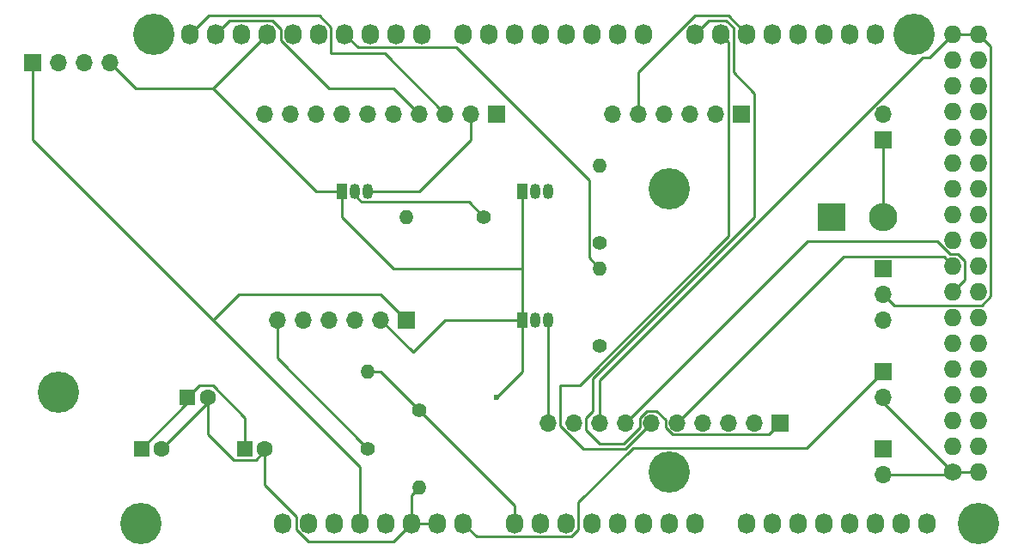
<source format=gtl>
%TF.GenerationSoftware,KiCad,Pcbnew,(6.0.4-0)*%
%TF.CreationDate,2022-07-18T13:44:01-07:00*%
%TF.ProjectId,sailface-mega-shield,7361696c-6661-4636-952d-6d6567612d73,v0.2*%
%TF.SameCoordinates,Original*%
%TF.FileFunction,Copper,L1,Top*%
%TF.FilePolarity,Positive*%
%FSLAX46Y46*%
G04 Gerber Fmt 4.6, Leading zero omitted, Abs format (unit mm)*
G04 Created by KiCad (PCBNEW (6.0.4-0)) date 2022-07-18 13:44:01*
%MOMM*%
%LPD*%
G01*
G04 APERTURE LIST*
%TA.AperFunction,ComponentPad*%
%ADD10C,4.064000*%
%TD*%
%TA.AperFunction,ComponentPad*%
%ADD11C,1.400000*%
%TD*%
%TA.AperFunction,ComponentPad*%
%ADD12O,1.400000X1.400000*%
%TD*%
%TA.AperFunction,ComponentPad*%
%ADD13C,1.727200*%
%TD*%
%TA.AperFunction,ComponentPad*%
%ADD14O,1.727200X1.727200*%
%TD*%
%TA.AperFunction,ComponentPad*%
%ADD15O,1.727200X2.032000*%
%TD*%
%TA.AperFunction,ComponentPad*%
%ADD16R,1.600000X1.600000*%
%TD*%
%TA.AperFunction,ComponentPad*%
%ADD17C,1.600000*%
%TD*%
%TA.AperFunction,ComponentPad*%
%ADD18R,1.050000X1.500000*%
%TD*%
%TA.AperFunction,ComponentPad*%
%ADD19O,1.050000X1.500000*%
%TD*%
%TA.AperFunction,ComponentPad*%
%ADD20R,1.700000X1.700000*%
%TD*%
%TA.AperFunction,ComponentPad*%
%ADD21O,1.700000X1.700000*%
%TD*%
%TA.AperFunction,ComponentPad*%
%ADD22R,2.800000X2.800000*%
%TD*%
%TA.AperFunction,ComponentPad*%
%ADD23O,2.800000X2.800000*%
%TD*%
%TA.AperFunction,ViaPad*%
%ADD24C,0.600000*%
%TD*%
%TA.AperFunction,Conductor*%
%ADD25C,0.250000*%
%TD*%
G04 APERTURE END LIST*
D10*
X109220000Y-106172000D03*
D11*
X139700000Y-111760000D03*
D12*
X139700000Y-104140000D03*
D11*
X162560000Y-101600000D03*
D12*
X162560000Y-93980000D03*
D11*
X144780000Y-107950000D03*
D12*
X144780000Y-115570000D03*
D11*
X151130000Y-88900000D03*
D12*
X143510000Y-88900000D03*
D11*
X162560000Y-91440000D03*
D12*
X162560000Y-83820000D03*
D13*
X197358000Y-114046000D03*
D14*
X199898000Y-114046000D03*
X197358000Y-111506000D03*
X199898000Y-111506000D03*
X197358000Y-108966000D03*
X199898000Y-108966000D03*
X197358000Y-106426000D03*
X199898000Y-106426000D03*
X197358000Y-103886000D03*
X199898000Y-103886000D03*
X197358000Y-101346000D03*
X199898000Y-101346000D03*
X197358000Y-98806000D03*
X199898000Y-98806000D03*
X197358000Y-96266000D03*
X199898000Y-96266000D03*
X197358000Y-93726000D03*
X199898000Y-93726000D03*
X197358000Y-91186000D03*
X199898000Y-91186000D03*
X197358000Y-88646000D03*
X199898000Y-88646000D03*
X197358000Y-86106000D03*
X199898000Y-86106000D03*
X197358000Y-83566000D03*
X199898000Y-83566000D03*
X197358000Y-81026000D03*
X199898000Y-81026000D03*
X197358000Y-78486000D03*
X199898000Y-78486000D03*
X197358000Y-75946000D03*
X199898000Y-75946000D03*
X197358000Y-73406000D03*
X199898000Y-73406000D03*
X197358000Y-70866000D03*
X199898000Y-70866000D03*
D15*
X131318000Y-119126000D03*
X133858000Y-119126000D03*
X136398000Y-119126000D03*
X138938000Y-119126000D03*
X141478000Y-119126000D03*
X144018000Y-119126000D03*
X146558000Y-119126000D03*
X149098000Y-119126000D03*
X154178000Y-119126000D03*
X156718000Y-119126000D03*
X159258000Y-119126000D03*
X161798000Y-119126000D03*
X164338000Y-119126000D03*
X166878000Y-119126000D03*
X169418000Y-119126000D03*
X171958000Y-119126000D03*
X177038000Y-119126000D03*
X179578000Y-119126000D03*
X182118000Y-119126000D03*
X184658000Y-119126000D03*
X187198000Y-119126000D03*
X189738000Y-119126000D03*
X192278000Y-119126000D03*
X194818000Y-119126000D03*
X122174000Y-70866000D03*
X124714000Y-70866000D03*
X127254000Y-70866000D03*
X129794000Y-70866000D03*
X132334000Y-70866000D03*
X134874000Y-70866000D03*
X137414000Y-70866000D03*
X139954000Y-70866000D03*
X142494000Y-70866000D03*
X145034000Y-70866000D03*
X149098000Y-70866000D03*
X151638000Y-70866000D03*
X154178000Y-70866000D03*
X156718000Y-70866000D03*
X159258000Y-70866000D03*
X161798000Y-70866000D03*
X164338000Y-70866000D03*
X166878000Y-70866000D03*
X171958000Y-70866000D03*
X174498000Y-70866000D03*
X177038000Y-70866000D03*
X179578000Y-70866000D03*
X182118000Y-70866000D03*
X184658000Y-70866000D03*
X187198000Y-70866000D03*
X189738000Y-70866000D03*
D10*
X117348000Y-119126000D03*
X169418000Y-114046000D03*
X199898000Y-119126000D03*
X118618000Y-70866000D03*
X169418000Y-86106000D03*
X193548000Y-70866000D03*
D16*
X117380000Y-111760000D03*
D17*
X119380000Y-111760000D03*
D18*
X137160000Y-86360000D03*
D19*
X138430000Y-86360000D03*
X139700000Y-86360000D03*
D20*
X190500000Y-93980000D03*
D21*
X190500000Y-96520000D03*
X190500000Y-99060000D03*
D16*
X121920000Y-106680000D03*
D17*
X123920000Y-106680000D03*
D20*
X190500000Y-81280000D03*
D21*
X190500000Y-78740000D03*
D20*
X190500000Y-111760000D03*
D21*
X190500000Y-114300000D03*
D20*
X190500000Y-104140000D03*
D21*
X190500000Y-106680000D03*
D20*
X152400000Y-78740000D03*
D21*
X149860000Y-78740000D03*
X147320000Y-78740000D03*
X144780000Y-78740000D03*
X142240000Y-78740000D03*
X139700000Y-78740000D03*
X137160000Y-78740000D03*
X134620000Y-78740000D03*
X132080000Y-78740000D03*
X129540000Y-78740000D03*
D22*
X185420000Y-88900000D03*
D23*
X190500000Y-88900000D03*
D16*
X127540000Y-111760000D03*
D17*
X129540000Y-111760000D03*
D20*
X176505000Y-78765000D03*
D21*
X173965000Y-78765000D03*
X171425000Y-78765000D03*
X168885000Y-78765000D03*
X166345000Y-78765000D03*
X163805000Y-78765000D03*
D20*
X180340000Y-109220000D03*
D21*
X177800000Y-109220000D03*
X175260000Y-109220000D03*
X172720000Y-109220000D03*
X170180000Y-109220000D03*
X167640000Y-109220000D03*
X165100000Y-109220000D03*
X162560000Y-109220000D03*
X160020000Y-109220000D03*
X157480000Y-109220000D03*
X130785000Y-99085000D03*
X133325000Y-99085000D03*
X135865000Y-99085000D03*
X138405000Y-99085000D03*
X140945000Y-99085000D03*
D20*
X143485000Y-99085000D03*
X106680000Y-73660000D03*
D21*
X109220000Y-73660000D03*
X111760000Y-73660000D03*
X114300000Y-73660000D03*
D18*
X154940000Y-86360000D03*
D19*
X156210000Y-86360000D03*
X157480000Y-86360000D03*
D18*
X154940000Y-99060000D03*
D19*
X156210000Y-99060000D03*
X157480000Y-99060000D03*
D24*
X152400000Y-106680000D03*
D25*
X129540000Y-115351585D02*
X132669880Y-118481465D01*
X142240000Y-93980000D02*
X137160000Y-88900000D01*
X129540000Y-111760000D02*
X129540000Y-115351585D01*
X140945000Y-99085000D02*
X144120000Y-102260000D01*
X190500000Y-107188000D02*
X190500000Y-106680000D01*
X128664511Y-112884511D02*
X129540000Y-112009022D01*
X144018000Y-119126000D02*
X146558000Y-119126000D01*
X154940000Y-104140000D02*
X154940000Y-99060000D01*
X133815385Y-120916040D02*
X142227960Y-120916040D01*
X123920000Y-106680000D02*
X123920000Y-110389022D01*
X123920000Y-107220000D02*
X123920000Y-106680000D01*
X197104000Y-114300000D02*
X197358000Y-114046000D01*
X124460000Y-76200000D02*
X116840000Y-76200000D01*
X137160000Y-88900000D02*
X137160000Y-86360000D01*
X199898000Y-114046000D02*
X197358000Y-114046000D01*
X129794000Y-70866000D02*
X124460000Y-76200000D01*
X137160000Y-86360000D02*
X134620000Y-86360000D01*
X134620000Y-86360000D02*
X124460000Y-76200000D01*
X144018000Y-116332000D02*
X144780000Y-115570000D01*
X119380000Y-111760000D02*
X123920000Y-107220000D01*
X129540000Y-112009022D02*
X129540000Y-111760000D01*
X144018000Y-119126000D02*
X144018000Y-116332000D01*
X132669880Y-119770535D02*
X133815385Y-120916040D01*
X126415489Y-112884511D02*
X128664511Y-112884511D01*
X152400000Y-106680000D02*
X154940000Y-104140000D01*
X197358000Y-114046000D02*
X190500000Y-107188000D01*
X132669880Y-118481465D02*
X132669880Y-119770535D01*
X154940000Y-86360000D02*
X154940000Y-93980000D01*
X190500000Y-114300000D02*
X197104000Y-114300000D01*
X142227960Y-120916040D02*
X144018000Y-119126000D01*
X144120000Y-102260000D02*
X147320000Y-99060000D01*
X154940000Y-93980000D02*
X142240000Y-93980000D01*
X116840000Y-76200000D02*
X114300000Y-73660000D01*
X154940000Y-93980000D02*
X154940000Y-99060000D01*
X123920000Y-110389022D02*
X126415489Y-112884511D01*
X147320000Y-99060000D02*
X154940000Y-99060000D01*
X197358000Y-70866000D02*
X195001489Y-73222511D01*
X194356479Y-73222511D02*
X162560000Y-105018990D01*
X201086111Y-72054111D02*
X199898000Y-70866000D01*
X162560000Y-105018990D02*
X162560000Y-109220000D01*
X191597889Y-97617889D02*
X200226355Y-97617889D01*
X190500000Y-96520000D02*
X191597889Y-97617889D01*
X200226355Y-97617889D02*
X201086111Y-96758133D01*
X195001489Y-73222511D02*
X194356479Y-73222511D01*
X197358000Y-70866000D02*
X199898000Y-70866000D01*
X201086111Y-96758133D02*
X201086111Y-72054111D01*
X130286135Y-69525480D02*
X131145880Y-70385225D01*
X126054520Y-69525480D02*
X130286135Y-69525480D01*
X122174000Y-70866000D02*
X123964040Y-69075960D01*
X134916615Y-69075960D02*
X136062120Y-70221465D01*
X136062120Y-70221465D02*
X136062120Y-72761465D01*
X136062120Y-72761465D02*
X141341465Y-72761465D01*
X131145880Y-71510535D02*
X135835345Y-76200000D01*
X123964040Y-69075960D02*
X134916615Y-69075960D01*
X124714000Y-70866000D02*
X126054520Y-69525480D01*
X135835345Y-76200000D02*
X142240000Y-76200000D01*
X141341465Y-72761465D02*
X147320000Y-78740000D01*
X142240000Y-76200000D02*
X144780000Y-78740000D01*
X131145880Y-70385225D02*
X131145880Y-71510535D01*
X143485000Y-99085000D02*
X140920000Y-96520000D01*
X140920000Y-96520000D02*
X127000000Y-96520000D01*
X138938000Y-119126000D02*
X138938000Y-113538000D01*
X106680000Y-81280000D02*
X106680000Y-73660000D01*
X127000000Y-96520000D02*
X124460000Y-99060000D01*
X124460000Y-99060000D02*
X129540000Y-104140000D01*
X138938000Y-113538000D02*
X129540000Y-104140000D01*
X124460000Y-99060000D02*
X106680000Y-81280000D01*
X174990135Y-69525480D02*
X175709520Y-70244865D01*
X161194511Y-108733501D02*
X161194511Y-109944991D01*
X166465489Y-109706499D02*
X166465489Y-108733501D01*
X161835009Y-108093003D02*
X161194511Y-108733501D01*
X169005489Y-109706499D02*
X169693501Y-110394511D01*
X161194511Y-109944991D02*
X162560000Y-111310480D01*
X177800000Y-76708000D02*
X177800000Y-88900000D01*
X169005489Y-108924479D02*
X169005489Y-109706499D01*
X168126499Y-108045489D02*
X169005489Y-108924479D01*
X167153501Y-108045489D02*
X168126499Y-108045489D01*
X162560000Y-111310480D02*
X164861508Y-111310480D01*
X173298520Y-69525480D02*
X174990135Y-69525480D01*
X166465489Y-108733501D02*
X167153501Y-108045489D01*
X164861508Y-111310480D02*
X166465489Y-109706499D01*
X171958000Y-70866000D02*
X173298520Y-69525480D01*
X179165489Y-110394511D02*
X180340000Y-109220000D01*
X177800000Y-88900000D02*
X161835009Y-104864991D01*
X161835009Y-104864991D02*
X161835009Y-108093003D01*
X169693501Y-110394511D02*
X179165489Y-110394511D01*
X175709520Y-70244865D02*
X175709520Y-74617520D01*
X175709520Y-74617520D02*
X177800000Y-76708000D01*
X186594511Y-92805489D02*
X170180000Y-109220000D01*
X197358000Y-93726000D02*
X196437489Y-92805489D01*
X196437489Y-92805489D02*
X186594511Y-92805489D01*
X158654511Y-109515521D02*
X158654511Y-105505489D01*
X160558793Y-105505489D02*
X175260000Y-90804282D01*
X175260000Y-71628000D02*
X174498000Y-70866000D01*
X167640000Y-109220000D02*
X165100000Y-111760000D01*
X175260000Y-90804282D02*
X175260000Y-71628000D01*
X165100000Y-111760000D02*
X160898990Y-111760000D01*
X160898990Y-111760000D02*
X158654511Y-109515521D01*
X158654511Y-105505489D02*
X160558793Y-105505489D01*
X197029645Y-92537889D02*
X197850133Y-92537889D01*
X198546111Y-95077889D02*
X197358000Y-96266000D01*
X197850133Y-92537889D02*
X198546111Y-93233867D01*
X195775512Y-91283756D02*
X197029645Y-92537889D01*
X165100000Y-109220000D02*
X183036244Y-91283756D01*
X198546111Y-93233867D02*
X198546111Y-95077889D01*
X183036244Y-91283756D02*
X195775512Y-91283756D01*
X149860000Y-81280000D02*
X149860000Y-78740000D01*
X144780000Y-86360000D02*
X149860000Y-81280000D01*
X139700000Y-86360000D02*
X144780000Y-86360000D01*
X149664520Y-87434520D02*
X151130000Y-88900000D01*
X139084031Y-87434520D02*
X149664520Y-87434520D01*
X138430000Y-86780489D02*
X139084031Y-87434520D01*
X138430000Y-86360000D02*
X138430000Y-86780489D01*
X140970000Y-104140000D02*
X139700000Y-104140000D01*
X154178000Y-119126000D02*
X154178000Y-117348000D01*
X154178000Y-117348000D02*
X144780000Y-107950000D01*
X144780000Y-107950000D02*
X140970000Y-104140000D01*
X190500000Y-81280000D02*
X190500000Y-88900000D01*
X159750135Y-120466520D02*
X160446120Y-119770535D01*
X160446120Y-117049597D02*
X165806229Y-111689489D01*
X150438520Y-120466520D02*
X159750135Y-120466520D01*
X130785000Y-102845000D02*
X130785000Y-99085000D01*
X124385789Y-105555489D02*
X127540000Y-108709700D01*
X149098000Y-119126000D02*
X150438520Y-120466520D01*
X160446120Y-119770535D02*
X160446120Y-117049597D01*
X123044511Y-105555489D02*
X124385789Y-105555489D01*
X121920000Y-107220000D02*
X121920000Y-106680000D01*
X121920000Y-106680000D02*
X123044511Y-105555489D01*
X117380000Y-111760000D02*
X121920000Y-107220000D01*
X127540000Y-108709700D02*
X127540000Y-111760000D01*
X139700000Y-111760000D02*
X130785000Y-102845000D01*
X165806229Y-111689489D02*
X182950511Y-111689489D01*
X182950511Y-111689489D02*
X190500000Y-104140000D01*
X166345000Y-78765000D02*
X166345000Y-74646345D01*
X166345000Y-74646345D02*
X171915385Y-69075960D01*
X175247960Y-69075960D02*
X177038000Y-70866000D01*
X171915385Y-69075960D02*
X175247960Y-69075960D01*
X157480000Y-99060000D02*
X157480000Y-109220000D01*
X148406520Y-72206520D02*
X161535489Y-85335489D01*
X161535489Y-85335489D02*
X161535489Y-92955489D01*
X161535489Y-92955489D02*
X162560000Y-93980000D01*
X137414000Y-70866000D02*
X138754520Y-72206520D01*
X138754520Y-72206520D02*
X148406520Y-72206520D01*
M02*

</source>
